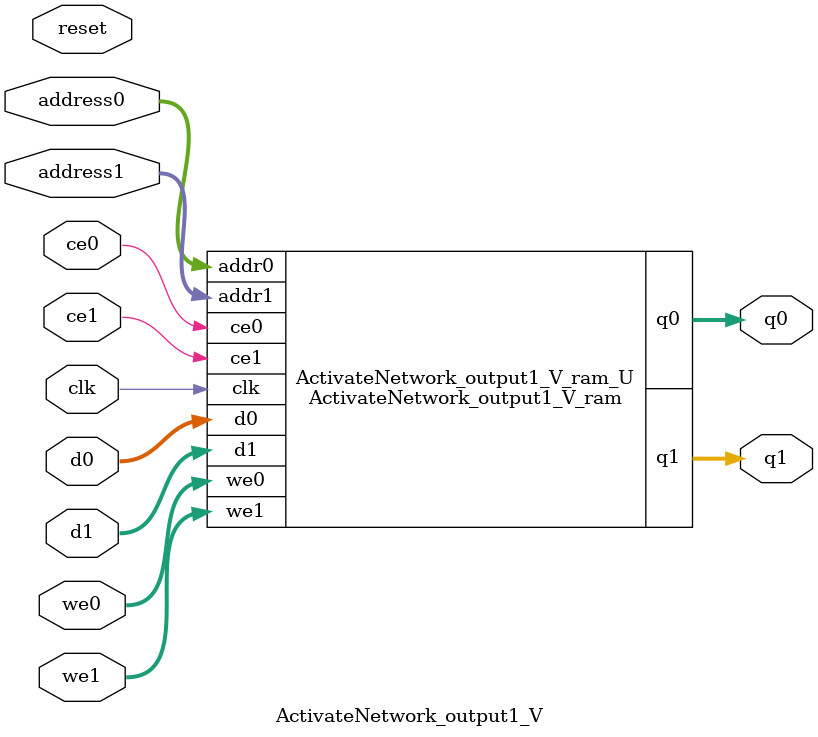
<source format=v>
`timescale 1 ns / 1 ps
module ActivateNetwork_output1_V_ram (addr0, ce0, d0, we0, q0, addr1, ce1, d1, we1, q1,  clk);

parameter DWIDTH = 16;
parameter AWIDTH = 12;
parameter MEM_SIZE = 2700;
parameter COL_WIDTH = 8;
parameter NUM_COL = (DWIDTH/COL_WIDTH);

input[AWIDTH-1:0] addr0;
input ce0;
input[DWIDTH-1:0] d0;
input [NUM_COL-1:0] we0;
output reg[DWIDTH-1:0] q0;
input[AWIDTH-1:0] addr1;
input ce1;
input[DWIDTH-1:0] d1;
input [NUM_COL-1:0] we1;
output reg[DWIDTH-1:0] q1;
input clk;

(* ram_style = "block" *)reg [DWIDTH-1:0] ram[0:MEM_SIZE-1];



genvar i;

generate
    for (i=0;i<NUM_COL;i=i+1) begin
        always @(posedge clk) begin
            if (ce0) begin
                if (we0[i]) begin
                    ram[addr0][i*COL_WIDTH +: COL_WIDTH] <= d0[i*COL_WIDTH +: COL_WIDTH]; 
                end
                q0[i*COL_WIDTH +: COL_WIDTH] <= ram[addr0][i*COL_WIDTH +: COL_WIDTH];
            end
        end
    end
endgenerate


generate
    for (i=0;i<NUM_COL;i=i+1) begin
        always @(posedge clk) begin
            if (ce1) begin
                if (we1[i]) begin
                    ram[addr1][i*COL_WIDTH +: COL_WIDTH] <= d1[i*COL_WIDTH +: COL_WIDTH]; 
                end
                q1[i*COL_WIDTH +: COL_WIDTH] <= ram[addr1][i*COL_WIDTH +: COL_WIDTH];
            end
        end
    end
endgenerate


endmodule

`timescale 1 ns / 1 ps
module ActivateNetwork_output1_V(
    reset,
    clk,
    address0,
    ce0,
    we0,
    d0,
    q0,
    address1,
    ce1,
    we1,
    d1,
    q1);

parameter DataWidth = 32'd16;
parameter AddressRange = 32'd2700;
parameter AddressWidth = 32'd12;
input reset;
input clk;
input[AddressWidth - 1:0] address0;
input ce0;
input[DataWidth/8 - 1:0] we0;
input[DataWidth - 1:0] d0;
output[DataWidth - 1:0] q0;
input[AddressWidth - 1:0] address1;
input ce1;
input[DataWidth/8 - 1:0] we1;
input[DataWidth - 1:0] d1;
output[DataWidth - 1:0] q1;



ActivateNetwork_output1_V_ram ActivateNetwork_output1_V_ram_U(
    .clk( clk ),
    .addr0( address0 ),
    .ce0( ce0 ),
    .we0( we0 ),
    .d0( d0 ),
    .q0( q0 ),
    .addr1( address1 ),
    .ce1( ce1 ),
    .we1( we1 ),
    .d1( d1 ),
    .q1( q1 ));

endmodule


</source>
